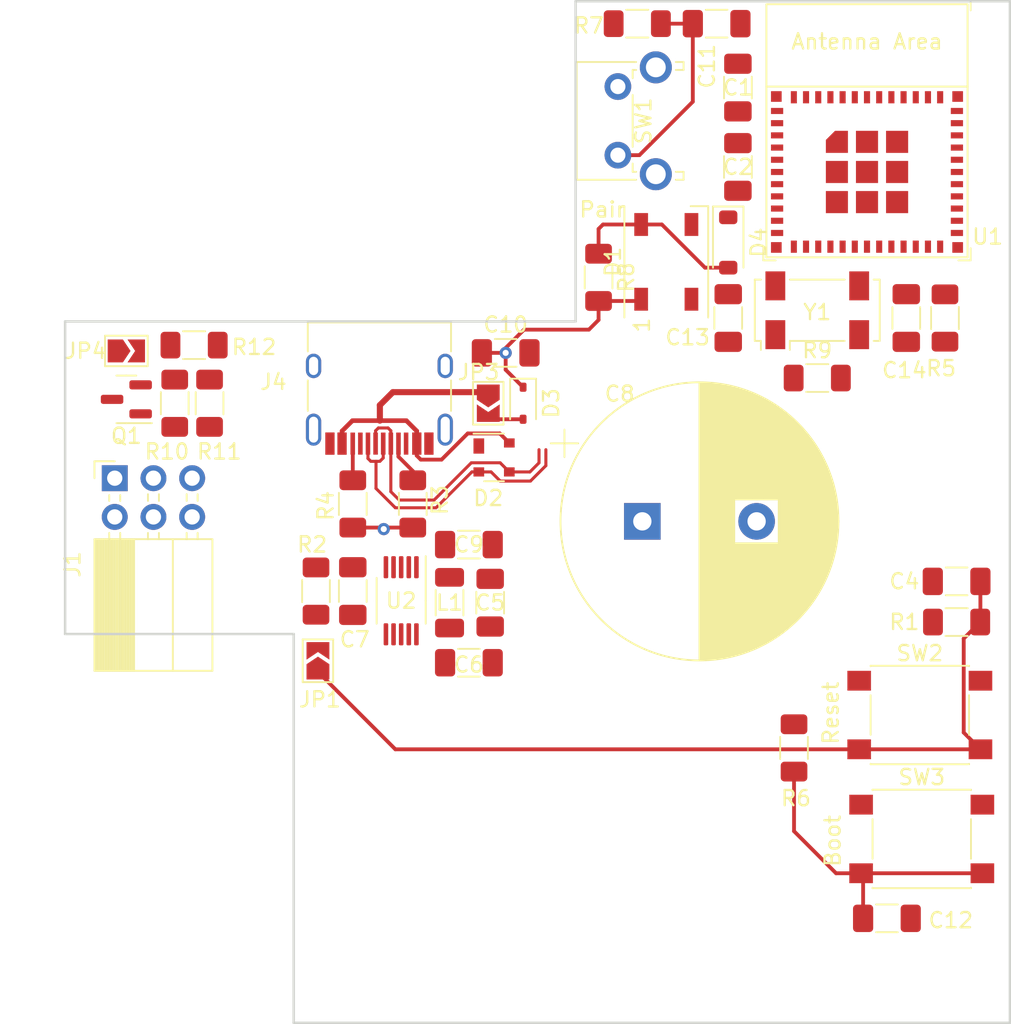
<source format=kicad_pcb>
(kicad_pcb (version 20221018) (generator pcbnew)
  (layers (0 "F.Cu" signal) (1 "In1.Cu" signal) (2 "In2.Cu" signal) (31 "B.Cu" signal) (34 "B.Paste" user) (35 "F.Paste" user) (36 "B.SilkS" user "B.Silkscreen") (37 "F.SilkS" user "F.Silkscreen") (38 "B.Mask" user) (39 "F.Mask" user) (44 "Edge.Cuts" user))
  (net 0 "")
  (net 3 "Net-(J1-Pin_2)")
  (net 8 "Net-(U1-GPIO13{slash}XTAL_32K_P)")
  (net 9 "Net-(U1-GPIO14{slash}XTAL_32K_N)")
  (net 14 "VBUS")
  (net 15 "/PAIR")
  (net 16 "Net-(U1-GPIO9)")
  (net 17 "Net-(J4-CC1)")
  (net 24 "VDD")
  (net 25 "/DATA_IN")
  (net 26 "Net-(J1-Pin_5)")
  (net 27 "GND")
  (net 28 "Net-(C12-Pad1)")
  (net 30 "+3.3V")
  (net 31 "/EN")
  (net 32 "Net-(U2-ILIM)")
  (net 33 "Net-(JP1-B)")
  (net 34 "Net-(U2-SW)")
  (net 40 "/TXD")
  (net 41 "/RXD")
  (net 42 "Net-(U2-SS)")
  (net 43 "/D+")
  (net 44 "/D-")
  (net 46 "Net-(J4-CC2)")
  (net 49 "Net-(U1-GPIO8)")
  (net 50 "Net-(D1-DIN)")
  (net 51 "Net-(D3-A)")
  (net 52 "Net-(J1-Pin_1)")
  (net 53 "/LED")
  (footprint "Button_Switch_SMD:SW_SPST_PTS645" (layer "F.Cu") (at 165.227 98.171)
    (fp_text reference "SW3" (at 0 -4.05) (layer "F.SilkS"))
    (fp_text value "Boot" (at -5.842 0.127 90) (layer "F.SilkS"))
    (pad "1" smd rect (at -3.98 -2.25) (size 1.55 1.3) (layers "F.Cu" "F.Paste" "F.Mask") (net 27 "GND"))
    (pad "1" smd rect (at 3.98 -2.25) (size 1.55 1.3) (layers "F.Cu" "F.Paste" "F.Mask") (net 27 "GND"))
    (pad "2" smd rect (at -3.98 2.25) (size 1.55 1.3) (layers "F.Cu" "F.Paste" "F.Mask") (net 28 "Net-(C12-Pad1)"))
    (pad "2" smd rect (at 3.98 2.25) (size 1.55 1.3) (layers "F.Cu" "F.Paste" "F.Mask") (net 28 "Net-(C12-Pad1)"))
  )
  (footprint "Button_Switch_THT:SW_Tactile_SPST_Angled_PTS645Vx31-2LFS" (layer "F.Cu") (at 145.2855 53.329 90)
    (fp_text reference "SW1" (at 2.25 1.68 90) (layer "F.SilkS"))
    (fp_text value "Pair" (at -3.567 -1.0135 180) (layer "F.SilkS"))
    (pad "" thru_hole circle locked (at -1.25 2.49 90) (size 2.1 2.1) (drill 1.3) (layers "*.Cu" "*.Mask"))
    (pad "" thru_hole circle locked (at 5.76 2.49 90) (size 2.1 2.1) (drill 1.3) (layers "*.Cu" "*.Mask"))
    (pad "1" thru_hole circle locked (at 0 0 90) (size 1.75 1.75) (drill 0.99) (layers "*.Cu" "*.Mask") (net 15 "/PAIR"))
    (pad "2" thru_hole circle locked (at 4.5 0 90) (size 1.75 1.75) (drill 0.99) (layers "*.Cu" "*.Mask") (net 30 "+3.3V"))
  )
  (footprint "Capacitor_SMD:C_1206_3216Metric_Pad1.33x1.80mm_HandSolder" (layer "F.Cu") (at 135.509 86.614)
    (fp_text reference "C6" (at 0 0.127) (layer "F.SilkS"))
    (fp_text value "1uF")
    (pad "1" smd roundrect (at -1.5625 0) (size 1.325 1.8) (layers "F.Cu" "F.Paste" "F.Mask") (roundrect_rratio 0.188679) (net 30 "+3.3V"))
    (pad "2" smd roundrect (at 1.5625 0) (size 1.325 1.8) (layers "F.Cu" "F.Paste" "F.Mask") (roundrect_rratio 0.188679) (net 27 "GND"))
  )
  (footprint "Resistor_SMD:R_1206_3216Metric_Pad1.30x1.75mm_HandSolder" (layer "F.Cu") (at 146.558 44.704)
    (fp_text reference "R7" (at -3.175 0.127 180) (layer "F.SilkS"))
    (fp_text value "10k")
    (pad "1" smd roundrect (at -1.55 0) (size 1.3 1.75) (layers "F.Cu" "F.Paste" "F.Mask") (roundrect_rratio 0.192308) (net 27 "GND"))
    (pad "2" smd roundrect (at 1.55 0) (size 1.3 1.75) (layers "F.Cu" "F.Paste" "F.Mask") (roundrect_rratio 0.192308) (net 15 "/PAIR"))
  )
  (footprint "Diode_SMD:D_SOD-123" (layer "F.Cu") (at 152.527 59.055 -90)
    (fp_text reference "D4" (at 0 -2 90) (layer "F.SilkS"))
    (fp_text value "1N4148W")
    (pad "1" smd roundrect (at -1.65 0 270) (size 0.9 1.2) (layers "F.Cu" "F.Paste" "F.Mask") (net 53 "/LED"))
    (pad "2" smd roundrect (at 1.65 0 270) (size 0.9 1.2) (layers "F.Cu" "F.Paste" "F.Mask") (net 50 "Net-(D1-DIN)"))
  )
  (footprint "Jumper:SolderJumper-2_P1.3mm_Open_TrianglePad1.0x1.5mm" (layer "F.Cu") (at 136.779 69.596 -90)
    (fp_text reference "JP3" (at -2.032 0.635 -180) (layer "F.SilkS"))
    (fp_text value "SolderJumper_2_Bridged")
    (pad "1" smd custom (at -0.725 0 270) (size 0.3 0.3) (layers "F.Cu" "F.Mask") (net 14 "VBUS") (options (clearance outline) (anchor rect)) (primitives (gr_poly (pts (xy 1 0) (xy 0.5 0.75) (xy -0.5 0.75) (xy -0.5 -0.75) (xy 0.5 -0.75)) (width 0) (fill yes))))
    (pad "2" smd custom (at 0.725 0 270) (size 0.3 0.3) (layers "F.Cu" "F.Mask") (net 51 "Net-(D3-A)") (options (clearance outline) (anchor rect)) (primitives (gr_poly (pts (xy 0.5 0.75) (xy -0.65 0.75) (xy -0.15 0) (xy -0.65 -0.75) (xy 0.5 -0.75)) (width 0) (fill yes))))
  )
  (footprint "Capacitor_SMD:C_1206_3216Metric_Pad1.33x1.80mm_HandSolder" (layer "F.Cu") (at 135.509 78.867)
    (fp_text reference "C9" (at 0 0) (layer "F.SilkS"))
    (fp_text value "1uF")
    (pad "1" smd roundrect (at -1.5625 0) (size 1.325 1.8) (layers "F.Cu" "F.Paste" "F.Mask") (roundrect_rratio 0.188679) (net 42 "Net-(U2-SS)"))
    (pad "2" smd roundrect (at 1.5625 0) (size 1.325 1.8) (layers "F.Cu" "F.Paste" "F.Mask") (roundrect_rratio 0.188679) (net 27 "GND"))
  )
  (footprint "Package_TO_SOT_SMD:SOT-23" (layer "F.Cu") (at 113.03 69.342 180)
    (fp_text reference "Q1" (at 0 -2.4) (layer "F.SilkS"))
    (fp_text value "Si2323DS")
    (pad "1" smd roundrect (at -0.9375 -0.95 180) (size 1.475 0.6) (layers "F.Cu" "F.Paste" "F.Mask") (net 27 "GND"))
    (pad "2" smd roundrect (at -0.9375 0.95 180) (size 1.475 0.6) (layers "F.Cu" "F.Paste" "F.Mask") (net 24 "VDD"))
    (pad "3" smd roundrect (at 0.9375 0 180) (size 1.475 0.6) (layers "F.Cu" "F.Paste" "F.Mask") (net 52 "Net-(J1-Pin_1)"))
  )
  (footprint "Capacitor_SMD:C_1206_3216Metric_Pad1.33x1.80mm_HandSolder" (layer "F.Cu") (at 153.162 54.102 -90)
    (fp_text reference "C2" (at 0 0 -180) (layer "F.SilkS"))
    (fp_text value "10uF")
    (pad "1" smd roundrect (at -1.5625 0 270) (size 1.325 1.8) (layers "F.Cu" "F.Paste" "F.Mask") (roundrect_rratio 0.188679) (net 30 "+3.3V"))
    (pad "2" smd roundrect (at 1.5625 0 270) (size 1.325 1.8) (layers "F.Cu" "F.Paste" "F.Mask") (roundrect_rratio 0.188679) (net 27 "GND"))
  )
  (footprint "Inductor_SMD:L_1206_3216Metric_Pad1.22x1.90mm_HandSolder" (layer "F.Cu") (at 134.239 82.677 -90)
    (fp_text reference "L1" (at 0 0 -180) (layer "F.SilkS"))
    (fp_text value "68uH")
    (pad "1" smd roundrect (at -1.6625 0 270) (size 1.225 1.9) (layers "F.Cu" "F.Paste" "F.Mask") (roundrect_rratio 0.204082) (net 34 "Net-(U2-SW)"))
    (pad "2" smd roundrect (at 1.6625 0 270) (size 1.225 1.9) (layers "F.Cu" "F.Paste" "F.Mask") (roundrect_rratio 0.204082) (net 30 "+3.3V"))
  )
  (footprint "Connector_USB:USB_C_Receptacle_HRO_TYPE-C-31-M-12" (layer "F.Cu") (at 129.636 68.199 180)
    (fp_text reference "J4" (at 6.954 0) (layer "F.SilkS"))
    (fp_text value "USB_C_Receptacle_USB2.0" hide)
    (pad "" np_thru_hole circle locked (at -2.89 -2.6 180) (size 0.65 0.65) (drill 0.65) (layers "*.Cu" "*.Mask"))
    (pad "" np_thru_hole circle locked (at 2.89 -2.6 180) (size 0.65 0.65) (drill 0.65) (layers "*.Cu" "*.Mask"))
    (pad "A1" smd rect locked (at -3.25 -4.045 180) (size 0.6 1.45) (layers "F.Cu" "F.Paste" "F.Mask") (net 27 "GND"))
    (pad "A4" smd rect locked (at -2.45 -4.045 180) (size 0.6 1.45) (layers "F.Cu" "F.Paste" "F.Mask") (net 14 "VBUS"))
    (pad "A5" smd rect locked (at -1.25 -4.045 180) (size 0.3 1.45) (layers "F.Cu" "F.Paste" "F.Mask") (net 17 "Net-(J4-CC1)"))
    (pad "A6" smd rect locked (at -0.25 -4.045 180) (size 0.3 1.45) (layers "F.Cu" "F.Paste" "F.Mask") (net 43 "/D+"))
    (pad "A7" smd rect locked (at 0.25 -4.045 180) (size 0.3 1.45) (layers "F.Cu" "F.Paste" "F.Mask") (net 44 "/D-"))
    (pad "A8" smd rect locked (at 1.25 -4.045 180) (size 0.3 1.45) (layers "F.Cu" "F.Paste" "F.Mask"))
    (pad "A9" smd rect locked (at 2.45 -4.045 180) (size 0.6 1.45) (layers "F.Cu" "F.Paste" "F.Mask") (net 14 "VBUS"))
    (pad "A12" smd rect locked (at 3.25 -4.045 180) (size 0.6 1.45) (layers "F.Cu" "F.Paste" "F.Mask") (net 27 "GND"))
    (pad "B1" smd rect locked (at 3.25 -4.045 180) (size 0.6 1.45) (layers "F.Cu" "F.Paste" "F.Mask") (net 27 "GND"))
    (pad "B4" smd rect locked (at 2.45 -4.045 180) (size 0.6 1.45) (layers "F.Cu" "F.Paste" "F.Mask") (net 14 "VBUS"))
    (pad "B5" smd rect locked (at 1.75 -4.045 180) (size 0.3 1.45) (layers "F.Cu" "F.Paste" "F.Mask") (net 46 "Net-(J4-CC2)"))
    (pad "B6" smd rect locked (at 0.75 -4.045 180) (size 0.3 1.45) (layers "F.Cu" "F.Paste" "F.Mask") (net 43 "/D+"))
    (pad "B7" smd rect locked (at -0.75 -4.045 180) (size 0.3 1.45) (layers "F.Cu" "F.Paste" "F.Mask") (net 44 "/D-"))
    (pad "B8" smd rect locked (at -1.75 -4.045 180) (size 0.3 1.45) (layers "F.Cu" "F.Paste" "F.Mask"))
    (pad "B9" smd rect locked (at -2.45 -4.045 180) (size 0.6 1.45) (layers "F.Cu" "F.Paste" "F.Mask") (net 14 "VBUS"))
    (pad "B12" smd rect locked (at -3.25 -4.045 180) (size 0.6 1.45) (layers "F.Cu" "F.Paste" "F.Mask") (net 27 "GND"))
    (pad "S1" thru_hole oval locked (at -4.32 -3.13 180) (size 1 2.1) (drill oval 0.6 1.7) (layers "*.Cu" "*.Mask"))
    (pad "S1" thru_hole oval locked (at -4.32 1.05 180) (size 1 1.6) (drill oval 0.6 1.2) (layers "*.Cu" "*.Mask"))
    (pad "S1" thru_hole oval locked (at 4.32 -3.13 180) (size 1 2.1) (drill oval 0.6 1.7) (layers "*.Cu" "*.Mask"))
    (pad "S1" thru_hole oval locked (at 4.32 1.05 180) (size 1 1.6) (drill oval 0.6 1.2) (layers "*.Cu" "*.Mask"))
  )
  (footprint "Capacitor_SMD:C_1206_3216Metric_Pad1.33x1.80mm_HandSolder" (layer "F.Cu") (at 151.765 44.704)
    (fp_text reference "C11" (at -0.635 2.794 -90) (layer "F.SilkS"))
    (fp_text value "1uF")
    (pad "1" smd roundrect (at -1.5625 0) (size 1.325 1.8) (layers "F.Cu" "F.Paste" "F.Mask") (roundrect_rratio 0.188679) (net 15 "/PAIR"))
    (pad "2" smd roundrect (at 1.5625 0) (size 1.325 1.8) (layers "F.Cu" "F.Paste" "F.Mask") (roundrect_rratio 0.188679) (net 27 "GND"))
  )
  (footprint "Capacitor_SMD:C_1206_3216Metric_Pad1.33x1.80mm_HandSolder" (layer "F.Cu") (at 152.527 64.008 90)
    (fp_text reference "C13" (at -1.27 -2.667 180) (layer "F.SilkS"))
    (fp_text value "12pF")
    (pad "1" smd roundrect (at -1.5625 0 90) (size 1.325 1.8) (layers "F.Cu" "F.Paste" "F.Mask") (roundrect_rratio 0.188679) (net 8 "Net-(U1-GPIO13{slash}XTAL_32K_P)"))
    (pad "2" smd roundrect (at 1.5625 0 90) (size 1.325 1.8) (layers "F.Cu" "F.Paste" "F.Mask") (roundrect_rratio 0.188679) (net 27 "GND"))
  )
  (footprint "Resistor_SMD:R_1206_3216Metric_Pad1.30x1.75mm_HandSolder" (layer "F.Cu") (at 116.205 69.596 90)
    (fp_text reference "R10" (at -3.175 -0.508 180) (layer "F.SilkS"))
    (fp_text value "0")
    (pad "1" smd roundrect (at -1.55 0 90) (size 1.3 1.75) (layers "F.Cu" "F.Paste" "F.Mask") (roundrect_rratio 0.192308) (net 3 "Net-(J1-Pin_2)"))
    (pad "2" smd roundrect (at 1.55 0 90) (size 1.3 1.75) (layers "F.Cu" "F.Paste" "F.Mask") (roundrect_rratio 0.192308) (net 40 "/TXD"))
  )
  (footprint "Resistor_SMD:R_1206_3216Metric_Pad1.30x1.75mm_HandSolder" (layer "F.Cu") (at 158.369 67.945)
    (fp_text reference "R9" (at 0 -1.82) (layer "F.SilkS"))
    (fp_text value "5.1M")
    (pad "1" smd roundrect (at -1.55 0) (size 1.3 1.75) (layers "F.Cu" "F.Paste" "F.Mask") (roundrect_rratio 0.192308) (net 8 "Net-(U1-GPIO13{slash}XTAL_32K_P)"))
    (pad "2" smd roundrect (at 1.55 0) (size 1.3 1.75) (layers "F.Cu" "F.Paste" "F.Mask") (roundrect_rratio 0.192308) (net 9 "Net-(U1-GPIO14{slash}XTAL_32K_N)"))
  )
  (footprint "Capacitor_SMD:C_1206_3216Metric_Pad1.33x1.80mm_HandSolder" (layer "F.Cu") (at 162.941 103.378)
    (fp_text reference "C12" (at 4.191 0.127) (layer "F.SilkS"))
    (fp_text value "0.1uF")
    (pad "1" smd roundrect (at -1.5625 0) (size 1.325 1.8) (layers "F.Cu" "F.Paste" "F.Mask") (roundrect_rratio 0.188679) (net 28 "Net-(C12-Pad1)"))
    (pad "2" smd roundrect (at 1.5625 0) (size 1.325 1.8) (layers "F.Cu" "F.Paste" "F.Mask") (roundrect_rratio 0.188679) (net 27 "GND"))
  )
  (footprint "Capacitor_SMD:C_1206_3216Metric_Pad1.33x1.80mm_HandSolder" (layer "F.Cu") (at 153.162 48.895 90)
    (fp_text reference "C1" (at 0 0 180) (layer "F.SilkS"))
    (fp_text value "0.1uF")
    (pad "1" smd roundrect (at -1.5625 0 90) (size 1.325 1.8) (layers "F.Cu" "F.Paste" "F.Mask") (roundrect_rratio 0.188679) (net 30 "+3.3V"))
    (pad "2" smd roundrect (at 1.5625 0 90) (size 1.325 1.8) (layers "F.Cu" "F.Paste" "F.Mask") (roundrect_rratio 0.188679) (net 27 "GND"))
  )
  (footprint "Capacitor_SMD:C_1206_3216Metric_Pad1.33x1.80mm_HandSolder" (layer "F.Cu") (at 164.211 64.008 90)
    (fp_text reference "C14" (at -3.429 -0.127 180) (layer "F.SilkS"))
    (fp_text value "12pF")
    (pad "1" smd roundrect (at -1.5625 0 90) (size 1.325 1.8) (layers "F.Cu" "F.Paste" "F.Mask") (roundrect_rratio 0.188679) (net 9 "Net-(U1-GPIO14{slash}XTAL_32K_N)"))
    (pad "2" smd roundrect (at 1.5625 0 90) (size 1.325 1.8) (layers "F.Cu" "F.Paste" "F.Mask") (roundrect_rratio 0.188679) (net 27 "GND"))
  )
  (footprint "Resistor_SMD:R_1206_3216Metric_Pad1.30x1.75mm_HandSolder" (layer "F.Cu") (at 156.845 92.202 -90)
    (fp_text reference "R6" (at 3.302 -0.127 -180) (layer "F.SilkS"))
    (fp_text value "10k")
    (pad "1" smd roundrect (at -1.55 0 270) (size 1.3 1.75) (layers "F.Cu" "F.Paste" "F.Mask") (roundrect_rratio 0.192308) (net 16 "Net-(U1-GPIO9)"))
    (pad "2" smd roundrect (at 1.55 0 270) (size 1.3 1.75) (layers "F.Cu" "F.Paste" "F.Mask") (roundrect_rratio 0.192308) (net 28 "Net-(C12-Pad1)"))
  )
  (footprint "PCM_Espressif:ESP32-H2-MINI-1" (layer "F.Cu") (at 161.633 51.73)
    (fp_text reference "U1" (at 7.912 6.944) (layer "F.SilkS"))
    (fp_text value "ESP32-H2-MINI-1")
    (fp_text user "Antenna Area" (at 0 -5.85) (layer "F.SilkS"))
    (pad "1" smd rect (at -5.9 -1.3 90) (size 0.4 0.8) (layers "F.Cu" "F.Paste" "F.Mask") (net 27 "GND"))
    (pad "2" smd rect (at -5.9 -0.5 90) (size 0.4 0.8) (layers "F.Cu" "F.Paste" "F.Mask") (net 27 "GND"))
    (pad "3" smd rect (at -5.9 0.3 90) (size 0.4 0.8) (layers "F.Cu" "F.Paste" "F.Mask") (net 30 "+3.3V"))
    (pad "4" smd rect (at -5.9 1.1 90) (size 0.4 0.8) (layers "F.Cu" "F.Paste" "F.Mask"))
    (pad "5" smd rect (at -5.9 1.9 90) (size 0.4 0.8) (layers "F.Cu" "F.Paste" "F.Mask"))
    (pad "6" smd rect (at -5.9 2.7 90) (size 0.4 0.8) (layers "F.Cu" "F.Paste" "F.Mask"))
    (pad "7" smd rect (at -5.9 3.5 90) (size 0.4 0.8) (layers "F.Cu" "F.Paste" "F.Mask"))
    (pad "8" smd rect (at -5.9 4.3 90) (size 0.4 0.8) (layers "F.Cu" "F.Paste" "F.Mask") (net 31 "/EN"))
    (pad "9" smd rect (at -5.9 5.1 90) (size 0.4 0.8) (layers "F.Cu" "F.Paste" "F.Mask"))
    (pad "10" smd rect (at -5.9 5.9 90) (size 0.4 0.8) (layers "F.Cu" "F.Paste" "F.Mask"))
    (pad "11" smd rect (at -5.9 6.7 90) (size 0.4 0.8) (layers "F.Cu" "F.Paste" "F.Mask") (net 27 "GND"))
    (pad "12" smd rect (at -4.8 7.6) (size 0.4 0.8) (layers "F.Cu" "F.Paste" "F.Mask") (net 8 "Net-(U1-GPIO13{slash}XTAL_32K_P)"))
    (pad "13" smd rect (at -4 7.6) (size 0.4 0.8) (layers "F.Cu" "F.Paste" "F.Mask") (net 9 "Net-(U1-GPIO14{slash}XTAL_32K_N)"))
    (pad "14" smd rect (at -3.2 7.6) (size 0.4 0.8) (layers "F.Cu" "F.Paste" "F.Mask") (net 27 "GND"))
    (pad "15" smd rect (at -2.4 7.6) (size 0.4 0.8) (layers "F.Cu" "F.Paste" "F.Mask"))
    (pad "16" smd rect (at -1.6 7.6) (size 0.4 0.8) (layers "F.Cu" "F.Paste" "F.Mask") (net 25 "/DATA_IN"))
    (pad "17" smd rect (at -0.8 7.6) (size 0.4 0.8) (layers "F.Cu" "F.Paste" "F.Mask"))
    (pad "18" smd rect (at 0 7.6) (size 0.4 0.8) (layers "F.Cu" "F.Paste" "F.Mask"))
    (pad "19" smd rect (at 0.8 7.6) (size 0.4 0.8) (layers "F.Cu" "F.Paste" "F.Mask"))
    (pad "20" smd rect (at 1.6 7.6) (size 0.4 0.8) (layers "F.Cu" "F.Paste" "F.Mask"))
    (pad "21" smd rect (at 2.4 7.6) (size 0.4 0.8) (layers "F.Cu" "F.Paste" "F.Mask"))
    (pad "22" smd rect (at 3.2 7.6) (size 0.4 0.8) (layers "F.Cu" "F.Paste" "F.Mask") (net 49 "Net-(U1-GPIO8)"))
    (pad "23" smd rect (at 4 7.6) (size 0.4 0.8) (layers "F.Cu" "F.Paste" "F.Mask") (net 16 "Net-(U1-GPIO9)"))
    (pad "24" smd rect (at 4.8 7.6) (size 0.4 0.8) (layers "F.Cu" "F.Paste" "F.Mask") (net 15 "/PAIR"))
    (pad "25" smd rect (at 5.9 6.7 90) (size 0.4 0.8) (layers "F.Cu" "F.Paste" "F.Mask") (net 53 "/LED"))
    (pad "26" smd rect (at 5.9 5.9 90) (size 0.4 0.8) (layers "F.Cu" "F.Paste" "F.Mask") (net 44 "/D-"))
    (pad "27" smd rect (at 5.9 5.1 90) (size 0.4 0.8) (layers "F.Cu" "F.Paste" "F.Mask") (net 43 "/D+"))
    (pad "28" smd rect (at 5.9 4.3 90) (size 0.4 0.8) (layers "F.Cu" "F.Paste" "F.Mask"))
    (pad "29" smd rect (at 5.9 3.5 90) (size 0.4 0.8) (layers "F.Cu" "F.Paste" "F.Mask"))
    (pad "30" smd rect (at 5.9 2.7 90) (size 0.4 0.8) (layers "F.Cu" "F.Paste" "F.Mask") (net 40 "/TXD"))
    (pad "31" smd rect (at 5.9 1.9 90) (size 0.4 0.8) (layers "F.Cu" "F.Paste" "F.Mask") (net 41 "/RXD"))
    (pad "32" smd rect (at 5.9 1.1 90) (size 0.4 0.8) (layers "F.Cu" "F.Paste" "F.Mask"))
    (pad "33" smd rect (at 5.9 0.3 90) (size 0.4 0.8) (layers "F.Cu" "F.Paste" "F.Mask"))
    (pad "34" smd rect (at 5.9 -0.5 90) (size 0.4 0.8) (layers "F.Cu" "F.Paste" "F.Mask"))
    (pad "35" smd rect (at 5.9 -1.3 90) (size 0.4 0.8) (layers "F.Cu" "F.Paste" "F.Mask"))
    (pad "36" smd rect (at 4.8 -2.2) (size 0.4 0.8) (layers "F.Cu" "F.Paste" "F.Mask") (net 27 "GND"))
    (pad "37" smd rect (at 4 -2.2) (size 0.4 0.8) (layers "F.Cu" "F.Paste" "F.Mask") (net 27 "GND"))
    (pad "38" smd rect (at 3.2 -2.2) (size 0.4 0.8) (layers "F.Cu" "F.Paste" "F.Mask") (net 27 "GND"))
    (pad "39" smd rect (at 2.4 -2.2) (size 0.4 0.8) (layers "F.Cu" "F.Paste" "F.Mask") (net 27 "GND"))
    (pad "40" smd rect (at 1.6 -2.2) (size 0.4 0.8) (layers "F.Cu" "F.Paste" "F.Mask") (net 27 "GND"))
    (pad "41" smd rect (at 0.8 -2.2) (size 0.4 0.8) (layers "F.Cu" "F.Paste" "F.Mask") (net 27 "GND"))
    (pad "42" smd rect (at 0 -2.2) (size 0.4 0.8) (layers "F.Cu" "F.Paste" "F.Mask") (net 27 "GND"))
    (pad "43" smd rect (at -0.8 -2.2) (size 0.4 0.8) (layers "F.Cu" "F.Paste" "F.Mask") (net 27 "GND"))
    (pad "44" smd rect (at -1.6 -2.2) (size 0.4 0.8) (layers "F.Cu" "F.Paste" "F.Mask") (net 27 "GND"))
    (pad "45" smd rect (at -2.4 -2.2) (size 0.4 0.8) (layers "F.Cu" "F.Paste" "F.Mask") (net 27 "GND"))
    (pad "46" smd rect (at -3.2 -2.2) (size 0.4 0.8) (layers "F.Cu" "F.Paste" "F.Mask") (net 27 "GND"))
    (pad "47" smd rect (at -4 -2.2) (size 0.4 0.8) (layers "F.Cu" "F.Paste" "F.Mask") (net 27 "GND"))
    (pad "48" smd rect (at -4.8 -2.2) (size 0.4 0.8) (layers "F.Cu" "F.Paste" "F.Mask") (net 27 "GND"))
    (pad "49" smd custom (at -1.975 0.725) (size 0.8 0.8) (layers "F.Cu" "F.Paste" "F.Mask") (net 27 "GND") (options (clearance outline) (anchor rect)) (primitives (gr_poly (pts (xy 0.725 0.725) (xy -0.725 0.725) (xy -0.725 -0.125) (xy -0.125 -0.725) (xy 0.725 -0.725)) (width 0) (fill yes))))
    (pad "49" smd rect (at -1.975 2.7 90) (size 1.45 1.45) (layers "F.Cu" "F.Paste" "F.Mask") (net 27 "GND"))
    (pad "49" smd rect (at -1.975 4.675 90) (size 1.45 1.45) (layers "F.Cu" "F.Paste" "F.Mask") (net 27 "GND"))
    (pad "49" smd rect (at 0 0.725 90) (size 1.45 1.45) (layers "F.Cu" "F.Paste" "F.Mask") (net 27 "GND"))
    (pad "49" smd rect (at 0 2.7 90) (size 1.45 1.45) (layers "F.Cu" "F.Paste" "F.Mask") (net 27 "GND"))
    (pad "49" smd rect (at 0 4.675 90) (size 1.45 1.45) (layers "F.Cu" "F.Paste" "F.Mask") (net 27 "GND"))
    (pad "49" smd rect (at 1.975 0.725 90) (size 1.45 1.45) (layers "F.Cu" "F.Paste" "F.Mask") (net 27 "GND"))
    (pad "49" smd rect (at 1.975 2.7 90) (size 1.45 1.45) (layers "F.Cu" "F.Paste" "F.Mask") (net 27 "GND"))
    (pad "49" smd rect (at 1.975 4.675 90) (size 1.45 1.45) (layers "F.Cu" "F.Paste" "F.Mask") (net 27 "GND"))
    (pad "50" smd rect (at 5.95 -2.25 90) (size 0.7 0.7) (layers "F.Cu" "F.Paste" "F.Mask") (net 27 "GND"))
    (pad "51" smd rect (at 5.95 7.65 90) (size 0.7 0.7) (layers "F.Cu" "F.Paste" "F.Mask") (net 27 "GND"))
    (pad "52" smd rect (at -5.95 7.65 90) (size 0.7 0.7) (layers "F.Cu" "F.Paste" "F.Mask") (net 27 "GND"))
    (pad "53" smd rect (at -5.95 -2.25 90) (size 0.7 0.7) (layers "F.Cu" "F.Paste" "F.Mask") (net 27 "GND"))
  )
  (footprint "Resistor_SMD:R_1206_3216Metric_Pad1.30x1.75mm_HandSolder" (layer "F.Cu") (at 118.491 69.596 90)
    (fp_text reference "R11" (at -3.175 0.635 180) (layer "F.SilkS"))
    (fp_text value "0")
    (pad "1" smd roundrect (at -1.55 0 90) (size 1.3 1.75) (layers "F.Cu" "F.Paste" "F.Mask") (roundrect_rratio 0.192308) (net 26 "Net-(J1-Pin_5)"))
    (pad "2" smd roundrect (at 1.55 0 90) (size 1.3 1.75) (layers "F.Cu" "F.Paste" "F.Mask") (roundrect_rratio 0.192308) (net 41 "/RXD"))
  )
  (footprint "Resistor_SMD:R_1206_3216Metric_Pad1.30x1.75mm_HandSolder" (layer "F.Cu") (at 167.513 83.947)
    (fp_text reference "R1" (at -3.429 0) (layer "F.SilkS"))
    (fp_text value "10k")
    (pad "1" smd roundrect (at -1.55 0) (size 1.3 1.75) (layers "F.Cu" "F.Paste" "F.Mask") (roundrect_rratio 0.192308) (net 30 "+3.3V"))
    (pad "2" smd roundrect (at 1.55 0) (size 1.3 1.75) (layers "F.Cu" "F.Paste" "F.Mask") (roundrect_rratio 0.192308) (net 31 "/EN"))
  )
  (footprint "Capacitor_SMD:C_1206_3216Metric_Pad1.33x1.80mm_HandSolder" (layer "F.Cu") (at 137.922 66.294)
    (fp_text reference "C10" (at 0 -1.85) (layer "F.SilkS"))
    (fp_text value "10uF")
    (pad "1" smd roundrect (at -1.5625 0) (size 1.325 1.8) (layers "F.Cu" "F.Paste" "F.Mask") (roundrect_rratio 0.188679) (net 24 "VDD"))
    (pad "2" smd roundrect (at 1.5625 0) (size 1.325 1.8) (layers "F.Cu" "F.Paste" "F.Mask") (roundrect_rratio 0.188679) (net 27 "GND"))
  )
  (footprint "Capacitor_SMD:C_1206_3216Metric_Pad1.33x1.80mm_HandSolder" (layer "F.Cu") (at 136.906 82.677 -90)
    (fp_text reference "C5" (at 0 0 -180) (layer "F.SilkS"))
    (fp_text value "1uF")
    (pad "1" smd roundrect (at -1.5625 0 270) (size 1.325 1.8) (layers "F.Cu" "F.Paste" "F.Mask") (roundrect_rratio 0.188679) (net 24 "VDD"))
    (pad "2" smd roundrect (at 1.5625 0 270) (size 1.325 1.8) (layers "F.Cu" "F.Paste" "F.Mask") (roundrect_rratio 0.188679) (net 27 "GND"))
  )
  (footprint "Diode_SMD:D_SOD-323" (layer "F.Cu") (at 139.065 69.596 -90)
    (fp_text reference "D3" (at 0 -1.85 90) (layer "F.SilkS"))
    (fp_text value "1N5819WS")
    (pad "1" smd roundrect (at -1.05 0 270) (size 0.6 0.45) (layers "F.Cu" "F.Paste" "F.Mask") (net 24 "VDD"))
    (pad "2" smd roundrect (at 1.05 0 270) (size 0.6 0.45) (layers "F.Cu" "F.Paste" "F.Mask") (net 51 "Net-(D3-A)"))
  )
  (footprint "Jumper:SolderJumper-2_P1.3mm_Open_TrianglePad1.0x1.5mm" (layer "F.Cu") (at 125.603 86.487 90)
    (fp_text reference "JP1" (at -2.54 0.127) (layer "F.SilkS"))
    (fp_text value "SolderJumper_2_Bridged" hide)
    (pad "1" smd custom (at -0.725 0 90) (size 0.3 0.3) (layers "F.Cu" "F.Mask") (net 31 "/EN") (options (clearance outline) (anchor rect)) (primitives (gr_poly (pts (xy 1 0) (xy 0.5 0.75) (xy -0.5 0.75) (xy -0.5 -0.75) (xy 0.5 -0.75)) (width 0) (fill yes))))
    (pad "2" smd custom (at 0.725 0 90) (size 0.3 0.3) (layers "F.Cu" "F.Mask") (net 33 "Net-(JP1-B)") (options (clearance outline) (anchor rect)) (primitives (gr_poly (pts (xy 0.5 0.75) (xy -0.65 0.75) (xy -0.15 0) (xy -0.65 -0.75) (xy 0.5 -0.75)) (width 0) (fill yes))))
  )
  (footprint "Resistor_SMD:R_1206_3216Metric_Pad1.30x1.75mm_HandSolder" (layer "F.Cu") (at 125.476 81.915 -90)
    (fp_text reference "R2" (at -3.048 0.254 -180) (layer "F.SilkS"))
    (fp_text value "110k")
    (pad "1" smd roundrect (at -1.55 0 270) (size 1.3 1.75) (layers "F.Cu" "F.Paste" "F.Mask") (roundrect_rratio 0.192308) (net 32 "Net-(U2-ILIM)"))
    (pad "2" smd roundrect (at 1.55 0 270) (size 1.3 1.75) (layers "F.Cu" "F.Paste" "F.Mask") (roundrect_rratio 0.192308) (net 27 "GND"))
  )
  (footprint "Package_SO:VSSOP-10_3x3mm_P0.5mm" (layer "F.Cu") (at 131.064 82.55 -90)
    (fp_text reference "U2" (at 0 0 -180) (layer "F.SilkS"))
    (fp_text value "LM5165Y")
    (pad "1" smd roundrect (at -2.2 -1 270) (size 1.45 0.3) (layers "F.Cu" "F.Paste" "F.Mask") (net 34 "Net-(U2-SW)"))
    (pad "2" smd roundrect (at -2.2 -0.5 270) (size 1.45 0.3) (layers "F.Cu" "F.Paste" "F.Mask") (net 24 "VDD"))
    (pad "3" smd roundrect (at -2.2 0 270) (size 1.45 0.3) (layers "F.Cu" "F.Paste" "F.Mask") (net 32 "Net-(U2-ILIM)"))
    (pad "4" smd roundrect (at -2.2 0.5 270) (size 1.45 0.3) (layers "F.Cu" "F.Paste" "F.Mask") (net 42 "Net-(U2-SS)"))
    (pad "5" smd roundrect (at -2.2 1 270) (size 1.45 0.3) (layers "F.Cu" "F.Paste" "F.Mask") (net 27 "GND"))
    (pad "6" smd roundrect (at 2.2 1 270) (size 1.45 0.3) (layers "F.Cu" "F.Paste" "F.Mask") (net 33 "Net-(JP1-B)"))
    (pad "7" smd roundrect (at 2.2 0.5 270) (size 1.45 0.3) (layers "F.Cu" "F.Paste" "F.Mask") (net 24 "VDD"))
    (pad "8" smd roundrect (at 2.2 0 270) (size 1.45 0.3) (layers "F.Cu" "F.Paste" "F.Mask") (net 30 "+3.3V"))
    (pad "9" smd roundrect (at 2.2 -0.5 270) (size 1.45 0.3) (layers "F.Cu" "F.Paste" "F.Mask"))
    (pad "10" smd roundrect (at 2.2 -1 270) (size 1.45 0.3) (layers "F.Cu" "F.Paste" "F.Mask") (net 27 "GND"))
  )
  (footprint "Package_TO_SOT_SMD:SOT-143" (layer "F.Cu") (at 137.16 73.152)
    (fp_text reference "D2" (at -0.381 2.667) (layer "F.SilkS"))
    (fp_text value "SP0503BAHT")
    (pad "1" smd rect (at -1 -0.75) (size 0.7 1) (layers "F.Cu" "F.Paste" "F.Mask") (net 27 "GND"))
    (pad "2" smd rect (at -1 0.95) (size 0.7 0.6) (layers "F.Cu" "F.Paste" "F.Mask") (net 43 "/D+"))
    (pad "3" smd rect (at 1 0.95) (size 0.7 0.6) (layers "F.Cu" "F.Paste" "F.Mask") (net 44 "/D-"))
    (pad "4" smd rect (at 1 -0.95) (size 0.7 0.6) (layers "F.Cu" "F.Paste" "F.Mask") (net 14 "VBUS"))
  )
  (footprint "Resistor_SMD:R_1206_3216Metric_Pad1.30x1.75mm_HandSolder" (layer "F.Cu") (at 144.018 61.341 -90)
    (fp_text reference "R8" (at 0 -1.82 90) (layer "F.SilkS"))
    (fp_text value "10k")
    (pad "1" smd roundrect (at -1.55 0 270) (size 1.3 1.75) (layers "F.Cu" "F.Paste" "F.Mask") (roundrect_rratio 0.192308) (net 50 "Net-(D1-DIN)"))
    (pad "2" smd roundrect (at 1.55 0 270) (size 1.3 1.75) (layers "F.Cu" "F.Paste" "F.Mask") (roundrect_rratio 0.192308) (net 24 "VDD"))
  )
  (footprint "Resistor_SMD:R_1206_3216Metric_Pad1.30x1.75mm_HandSolder" (layer "F.Cu") (at 127.889 76.2 -90)
    (fp_text reference "R4" (at 0.127 1.778 90) (layer "F.SilkS"))
    (fp_text value "5k1")
    (pad "1" smd roundrect (at -1.55 0 270) (size 1.3 1.75) (layers "F.Cu" "F.Paste" "F.Mask") (roundrect_rratio 0.192308) (net 46 "Net-(J4-CC2)"))
    (pad "2" smd roundrect (at 1.55 0 270) (size 1.3 1.75) (layers "F.Cu" "F.Paste" "F.Mask") (roundrect_rratio 0.192308) (net 27 "GND"))
  )
  (footprint "Resistor_SMD:R_1206_3216Metric_Pad1.30x1.75mm_HandSolder" (layer "F.Cu") (at 131.826 76.2 -90)
    (fp_text reference "R3" (at -0.254 -1.778 90) (layer "F.SilkS"))
    (fp_text value "5k1")
    (pad "1" smd roundrect (at -1.55 0 270) (size 1.3 1.75) (layers "F.Cu" "F.Paste" "F.Mask") (roundrect_rratio 0.192308) (net 17 "Net-(J4-CC1)"))
    (pad "2" smd roundrect (at 1.55 0 270) (size 1.3 1.75) (layers "F.Cu" "F.Paste" "F.Mask") (roundrect_rratio 0.192308) (net 27 "GND"))
  )
  (footprint "Capacitor_SMD:C_1206_3216Metric_Pad1.33x1.80mm_HandSolder" (layer "F.Cu") (at 167.513 81.28 180)
    (fp_text reference "C4" (at 3.429 0) (layer "F.SilkS"))
    (fp_text value "1uF")
    (pad "1" smd roundrect (at -1.5625 0 180) (size 1.325 1.8) (layers "F.Cu" "F.Paste" "F.Mask") (roundrect_rratio 0.188679) (net 31 "/EN"))
    (pad "2" smd roundrect (at 1.5625 0 180) (size 1.325 1.8) (layers "F.Cu" "F.Paste" "F.Mask") (roundrect_rratio 0.188679) (net 27 "GND"))
  )
  (footprint "Jumper:SolderJumper-2_P1.3mm_Open_TrianglePad1.0x1.5mm" (layer "F.Cu") (at 113.03 66.167)
    (fp_text reference "JP4" (at -2.667 0) (layer "F.SilkS"))
    (fp_text value "SolderJumper_2_Open")
    (pad "1" smd custom (at -0.725 0) (size 0.3 0.3) (layers "F.Cu" "F.Mask") (net 52 "Net-(J1-Pin_1)") (options (clearance outline) (anchor rect)) (primitives (gr_poly (pts (xy 1 0) (xy 0.5 0.75) (xy -0.5 0.75) (xy -0.5 -0.75) (xy 0.5 -0.75)) (width 0) (fill yes))))
    (pad "2" smd custom (at 0.725 0) (size 0.3 0.3) (layers "F.Cu" "F.Mask") (net 24 "VDD") (options (clearance outline) (anchor rect)) (primitives (gr_poly (pts (xy 0.5 0.75) (xy -0.65 0.75) (xy -0.15 0) (xy -0.65 -0.75) (xy 0.5 -0.75)) (width 0) (fill yes))))
  )
  (footprint "Crystal:Crystal_SMD_Abracon_ABS25-4Pin_8.0x3.8mm" (layer "F.Cu") (at 158.369 63.5 90)
    (fp_text reference "Y1" (at -0.127 0 180) (layer "F.SilkS"))
    (fp_text value "32.768KHz")
    (pad "1" smd rect (at -1.6 -2.75) (size 1.3 1.9) (layers "F.Cu" "F.Paste" "F.Mask") (net 8 "Net-(U1-GPIO13{slash}XTAL_32K_P)"))
    (pad "2" smd rect (at -1.6 2.75) (size 1.3 1.9) (layers "F.Cu" "F.Paste" "F.Mask") (net 9 "Net-(U1-GPIO14{slash}XTAL_32K_N)"))
    (pad "3" smd rect (at 1.6 2.75) (size 1.3 1.9) (layers "F.Cu" "F.Paste" "F.Mask"))
    (pad "4" smd rect (at 1.6 -2.75) (size 1.3 1.9) (layers "F.Cu" "F.Paste" "F.Mask"))
  )
  (footprint "LED_SMD:LED_WS2812B_PLCC4_5.0x5.0mm_P3.2mm" (layer "F.Cu") (at 148.463 60.325 90)
    (fp_text reference "D1" (at 0 -3.5 90) (layer "F.SilkS"))
    (fp_text value "WS2812B")
    (fp_text user "1" (at -4.15 -1.6 90) (layer "F.SilkS"))
    (pad "1" smd rect (at -2.45 -1.65 90) (size 1.5 0.9) (layers "F.Cu" "F.Paste" "F.Mask") (net 24 "VDD"))
    (pad "2" smd rect (at -2.45 1.65 90) (size 1.5 0.9) (layers "F.Cu" "F.Paste" "F.Mask"))
    (pad "3" smd rect (at 2.45 1.65 90) (size 1.5 0.9) (layers "F.Cu" "F.Paste" "F.Mask") (net 27 "GND"))
    (pad "4" smd rect (at 2.45 -1.65 90) (size 1.5 0.9) (layers "F.Cu" "F.Paste" "F.Mask") (net 50 "Net-(D1-DIN)"))
  )
  (footprint "Resistor_SMD:R_1206_3216Metric_Pad1.30x1.75mm_HandSolder" (layer "F.Cu") (at 166.751 64.008 -90)
    (fp_text reference "R5" (at 3.302 0.254) (layer "F.SilkS"))
    (fp_text value "10k")
    (pad "1" smd roundrect (at -1.55 0 270) (size 1.3 1.75) (layers "F.Cu" "F.Paste" "F.Mask") (roundrect_rratio 0.192308) (net 49 "Net-(U1-GPIO8)"))
    (pad "2" smd roundrect (at 1.55 0 270) (size 1.3 1.75) (layers "F.Cu" "F.Paste" "F.Mask") (roundrect_rratio 0.192308) (net 30 "+3.3V"))
  )
  (footprint "Capacitor_SMD:C_1206_3216Metric_Pad1.33x1.80mm_HandSolder" (layer "F.Cu") (at 127.889 81.915 -90)
    (fp_text reference "C7" (at 3.175 -0.127 -180) (layer "F.SilkS"))
    (fp_text value "1uF")
    (pad "1" smd roundrect (at -1.5625 0 270) (size 1.325 1.8) (layers "F.Cu" "F.Paste" "F.Mask") (roundrect_rratio 0.188679) (net 32 "Net-(U2-ILIM)"))
    (pad "2" smd roundrect (at 1.5625 0 270) (size 1.325 1.8) (layers "F.Cu" "F.Paste" "F.Mask") (roundrect_rratio 0.188679) (net 27 "GND"))
  )
  (footprint "Button_Switch_SMD:SW_SPST_PTS645" (layer "F.Cu") (at 165.1 90.043)
    (fp_text reference "SW2" (at 0 -4.05) (layer "F.SilkS"))
    (fp_text value "Reset" (at -5.842 -0.127 270) (layer "F.SilkS"))
    (pad "1" smd rect (at -3.98 -2.25) (size 1.55 1.3) (layers "F.Cu" "F.Paste" "F.Mask") (net 27 "GND"))
    (pad "1" smd rect (at 3.98 -2.25) (size 1.55 1.3) (layers "F.Cu" "F.Paste" "F.Mask") (net 27 "GND"))
    (pad "2" smd rect (at -3.98 2.25) (size 1.55 1.3) (layers "F.Cu" "F.Paste" "F.Mask") (net 31 "/EN"))
    (pad "2" smd rect (at 3.98 2.25) (size 1.55 1.3) (layers "F.Cu" "F.Paste" "F.Mask") (net 31 "/EN"))
  )
  (footprint "Connector_PinSocket_2.54mm:PinSocket_2x03_P2.54mm_Horizontal" (layer "F.Cu") (at 112.268 74.512 90)
    (fp_text reference "J1" (at -5.65 -2.77 90) (layer "F.SilkS"))
    (fp_text value "Conn_01x06_Socket")
    (pad "1" thru_hole rect locked (at 0 0 90) (size 1.7 1.7) (drill 1) (layers "*.Cu" "*.Mask") (net 52 "Net-(J1-Pin_1)"))
    (pad "2" thru_hole oval locked (at -2.54 0 90) (size 1.7 1.7) (drill 1) (layers "*.Cu" "*.Mask") (net 3 "Net-(J1-Pin_2)"))
    (pad "3" thru_hole oval locked (at 0 2.54 90) (size 1.7 1.7) (drill 1) (layers "*.Cu" "*.Mask"))
    (pad "4" thru_hole oval locked (at -2.54 2.54 90) (size 1.7 1.7) (drill 1) (layers "*.Cu" "*.Mask"))
    (pad "5" thru_hole oval locked (at 0 5.08 90) (size 1.7 1.7) (drill 1) (layers "*.Cu" "*.Mask") (net 26 "Net-(J1-Pin_5)"))
    (pad "6" thru_hole oval locked (at -2.54 5.08 90) (size 1.7 1.7) (drill 1) (layers "*.Cu" "*.Mask") (net 27 "GND"))
  )
  (footprint "Capacitor_THT:CP_Radial_D18.0mm_P7.50mm" (layer "F.Cu") (at 146.89022 77.343)
    (fp_text reference "C8" (at -1.48644 -8.364) (layer "F.SilkS"))
    (fp_text value "1F")
    (pad "1" thru_hole rect (at 0 0) (size 2.4 2.4) (drill 1.2) (layers "*.Cu" "*.Mask") (net 30 "+3.3V"))
    (pad "2" thru_hole circle (at 7.5 0) (size 2.4 2.4) (drill 1.2) (layers "*.Cu" "*.Mask") (net 27 "GND"))
  )
  (footprint "Resistor_SMD:R_1206_3216Metric_Pad1.30x1.75mm_HandSolder" (layer "F.Cu") (at 117.475 65.786)
    (fp_text reference "R12" (at 3.937 0.127) (layer "F.SilkS"))
    (fp_text value "0")
    (pad "1" smd roundrect (at -1.55 0) (size 1.3 1.75) (layers "F.Cu" "F.Paste" "F.Mask") (roundrect_rratio 0.192308) (net 3 "Net-(J1-Pin_2)"))
    (pad "2" smd roundrect (at 1.55 0) (size 1.3 1.75) (layers "F.Cu" "F.Paste" "F.Mask") (roundrect_rratio 0.192308) (net 25 "/DATA_IN"))
  )
  (gr_line (start 142.512375 43.232094) (end 142.512375 64.232094) (stroke (width 0.16)) (layer "Edge.Cuts"))
  (gr_line (start 171.012375 43.232094) (end 171.012375 110.232094) (stroke (width 0.16)) (layer "Edge.Cuts"))
  (gr_line (start 142.512375 43.232094) (end 171.012375 43.232094) (stroke (width 0.16)) (layer "Edge.Cuts"))
  (gr_line (start 109.012375 84.732094) (end 124.012375 84.732094) (stroke (width 0.16)) (layer "Edge.Cuts"))
  (gr_line (start 142.512375 64.232094) (end 109.012375 64.232094) (stroke (width 0.16)) (layer "Edge.Cuts"))
  (gr_line (start 171.012375 110.232094) (end 124.012375 110.232094) (stroke (width 0.16)) (layer "Edge.Cuts"))
  (gr_line (start 124.012375 110.232094) (end 124.012375 84.732094) (stroke (width 0.16)) (layer "Edge.Cuts"))
  (gr_line (start 109.012375 64.232094) (end 109.012375 84.732094) (stroke (width 0.16)) (layer "Edge.Cuts"))
  (segment (start 137.535 71.577) (end 135.433 71.577) (width 0.25) (layer "F.Cu") (net 14))
  (segment (start 132.086 71.419) (end 132.086 72.244) (width 0.3) (layer "F.Cu") (net 14))
  (segment (start 133.716 73.294) (end 132.349 73.294) (width 0.25) (layer "F.Cu") (net 14))
  (segment (start 127.186 72.244) (end 127.186 71.419) (width 0.3) (layer "F.Cu") (net 14))
  (segment (start 129.667 70.739) (end 131.406 70.739) (width 0.3) (layer "F.Cu") (net 14))
  (segment (start 130.519 68.871) (end 129.667 69.723) (width 0.4) (layer "F.Cu") (net 14))
  (segment (start 132.349 73.294) (end 132.086 73.031) (width 0.25) (layer "F.Cu") (net 14))
  (segment (start 132.086 73.031) (end 132.086 72.244) (width 0.25) (layer "F.Cu") (net 14))
  (segment (start 127.186 71.419) (end 127.866 70.739) (width 0.3) (layer "F.Cu") (net 14))
  (segment (start 138.16 72.202) (end 137.535 71.577) (width 0.25) (layer "F.Cu") (net 14))
  (segment (start 136.779 68.871) (end 130.519 68.871) (width 0.4) (layer "F.Cu") (net 14))
  (segment (start 129.667 69.723) (end 129.667 70.739) (width 0.4) (layer "F.Cu") (net 14))
  (segment (start 127.866 70.739) (end 129.667 70.739) (width 0.3) (layer "F.Cu") (net 14))
  (segment (start 135.433 71.577) (end 133.716 73.294) (width 0.25) (layer "F.Cu") (net 14))
  (segment (start 131.406 70.739) (end 132.086 71.419) (width 0.3) (layer "F.Cu") (net 14))
  (segment (start 150.2025 49.8225) (end 150.2025 44.704) (width 0.25) (layer "F.Cu") (net 15))
  (segment (start 148.108 44.704) (end 150.2025 44.704) (width 0.25) (layer "F.Cu") (net 15))
  (segment (start 146.696 53.329) (end 150.2025 49.8225) (width 0.25) (layer "F.Cu") (net 15))
  (segment (start 145.2855 53.329) (end 146.696 53.329) (width 0.25) (layer "F.Cu") (net 15))
  (segment (start 130.886 73.101) (end 130.886 72.244) (width 0.25) (layer "F.Cu") (net 17))
  (segment (start 131.826 74.65) (end 131.826 74.041) (width 0.25) (layer "F.Cu") (net 17))
  (segment (start 131.826 74.041) (end 130.886 73.101) (width 0.25) (layer "F.Cu") (net 17))
  (segment (start 137.922 67.403) (end 137.922 66.294) (width 0.25) (layer "F.Cu") (net 24))
  (segment (start 143.383 64.77) (end 139.1259 64.77) (width 0.25) (layer "F.Cu") (net 24))
  (segment (start 144.018 64.135) (end 143.383 64.77) (width 0.25) (layer "F.Cu") (net 24))
  (segment (start 139.1259 64.77) (end 137.922 65.9739) (width 0.25) (layer "F.Cu") (net 24))
  (segment (start 144.018 62.891) (end 144.018 64.135) (width 0.25) (layer "F.Cu") (net 24))
  (segment (start 144.018 62.891) (end 146.697 62.891) (width 0.25) (layer "F.Cu") (net 24))
  (segment (start 137.922 65.9739) (end 137.922 66.294) (width 0.25) (layer "F.Cu") (net 24))
  (segment (start 139.065 68.546) (end 137.922 67.403) (width 0.25) (layer "F.Cu") (net 24))
  (segment (start 136.3595 66.294) (end 137.922 66.294) (width 0.25) (layer "F.Cu") (net 24))
  (segment (start 146.697 62.891) (end 146.813 62.775) (width 0.25) (layer "F.Cu") (net 24))
  (via (at 137.922 66.294) (size 0.8) (drill 0.4) (layers "F.Cu" "B.Cu") (net 24))
  (segment (start 127.889 77.75) (end 129.82 77.75) (width 0.25) (layer "F.Cu") (net 27))
  (segment (start 131.826 77.75) (end 130.022 77.75) (width 0.25) (layer "F.Cu") (net 27))
  (segment (start 130.022 77.75) (end 129.921 77.851) (width 0.25) (layer "F.Cu") (net 27))
  (segment (start 129.82 77.75) (end 129.921 77.851) (width 0.25) (layer "F.Cu") (net 27))
  (via (at 129.921 77.851) (size 0.8) (drill 0.4) (layers "F.Cu" "B.Cu") (net 27))
  (segment (start 159.603 100.421) (end 156.845 97.663) (width 0.25) (layer "F.Cu") (net 28))
  (segment (start 156.845 97.663) (end 156.845 93.752) (width 0.25) (layer "F.Cu") (net 28))
  (segment (start 161.3785 100.5525) (end 161.247 100.421) (width 0.25) (layer "F.Cu") (net 28))
  (segment (start 169.207 100.421) (end 161.247 100.421) (width 0.25) (layer "F.Cu") (net 28))
  (segment (start 161.3785 103.378) (end 161.3785 100.5525) (width 0.25) (layer "F.Cu") (net 28))
  (segment (start 161.247 100.421) (end 159.603 100.421) (width 0.25) (layer "F.Cu") (net 28))
  (segment (start 130.684 92.293) (end 125.603 87.212) (width 0.25) (layer "F.Cu") (net 31))
  (segment (start 167.98 85.03) (end 169.063 83.947) (width 0.25) (layer "F.Cu") (net 31))
  (segment (start 169.0755 83.9345) (end 169.063 83.947) (width 0.25) (layer "F.Cu") (net 31))
  (segment (start 161.12 92.293) (end 130.684 92.293) (width 0.25) (layer "F.Cu") (net 31))
  (segment (start 169.08 92.293) (end 167.98 91.193) (width 0.25) (layer "F.Cu") (net 31))
  (segment (start 169.0755 81.28) (end 169.0755 83.9345) (width 0.25) (layer "F.Cu") (net 31))
  (segment (start 161.12 92.293) (end 169.08 92.293) (width 0.25) (layer "F.Cu") (net 31))
  (segment (start 167.98 91.193) (end 167.98 85.03) (width 0.25) (layer "F.Cu") (net 31))
  (segment (start 129.073 73.406) (end 129.413 73.406) (width 0.2) (layer "F.Cu") (net 43))
  (segment (start 129.413 73.406) (end 129.413 75.184) (width 0.2) (layer "F.Cu") (net 43))
  (segment (start 136.16 74.102) (end 136.967 74.102) (width 0.2) (layer "F.Cu") (net 43))
  (segment (start 129.413 75.184) (end 130.683 76.454) (width 0.2) (layer "F.Cu") (net 43))
  (segment (start 129.886 73.187) (end 129.886 72.244) (width 0.2) (layer "F.Cu") (net 43))
  (segment (start 136.967 74.102) (end 137.567 74.702) (width 0.2) (layer "F.Cu") (net 43))
  (segment (start 139.547 74.702) (end 140.56 73.689) (width 0.2) (layer "F.Cu") (net 43))
  (segment (start 130.683 76.454) (end 133.35 76.454) (width 0.2) (layer "F.Cu") (net 43))
  (segment (start 129.413 73.406) (end 129.667 73.406) (width 0.2) (layer "F.Cu") (net 43))
  (segment (start 140.56 73.689) (end 140.56 72.644) (width 0.2) (layer "F.Cu") (net 43))
  (segment (start 128.886 72.244) (end 128.886 73.219) (width 0.2) (layer "F.Cu") (net 43))
  (segment (start 128.886 73.219) (end 129.073 73.406) (width 0.2) (layer "F.Cu") (net 43))
  (segment (start 135.702 74.102) (end 136.16 74.102) (width 0.2) (layer "F.Cu") (net 43))
  (segment (start 133.35 76.454) (end 135.702 74.102) (width 0.2) (layer "F.Cu") (net 43))
  (segment (start 137.567 74.702) (end 139.547 74.702) (width 0.2) (layer "F.Cu") (net 43))
  (segment (start 129.667 73.406) (end 129.886 73.187) (width 0.2) (layer "F.Cu") (net 43))
  (segment (start 130.937 75.946) (end 133.223 75.946) (width 0.2) (layer "F.Cu") (net 44))
  (segment (start 129.386 71.401) (end 129.386 72.244) (width 0.2) (layer "F.Cu") (net 44))
  (segment (start 137.56 73.502) (end 138.16 74.102) (width 0.2) (layer "F.Cu") (net 44))
  (segment (start 129.568 71.219) (end 129.386 71.401) (width 0.2) (layer "F.Cu") (net 44))
  (segment (start 130.386 75.395) (end 130.937 75.946) (width 0.2) (layer "F.Cu") (net 44))
  (segment (start 135.667 73.502) (end 137.56 73.502) (width 0.2) (layer "F.Cu") (net 44))
  (segment (start 130.386 71.4) (end 130.205 71.219) (width 0.2) (layer "F.Cu") (net 44))
  (segment (start 130.386 72.244) (end 130.386 71.4) (width 0.2) (layer "F.Cu") (net 44))
  (segment (start 138.16 74.102) (end 139.512 74.102) (width 0.2) (layer "F.Cu") (net 44))
  (segment (start 130.386 72.244) (end 130.386 75.395) (width 0.2) (layer "F.Cu") (net 44))
  (segment (start 133.223 75.946) (end 135.667 73.502) (width 0.2) (layer "F.Cu") (net 44))
  (segment (start 130.205 71.219) (end 129.568 71.219) (width 0.2) (layer "F.Cu") (net 44))
  (segment (start 140.11 73.504) (end 140.11 72.644) (width 0.2) (layer "F.Cu") (net 44))
  (segment (start 139.512 74.102) (end 140.11 73.504) (width 0.2) (layer "F.Cu") (net 44))
  (segment (start 127.889 74.65) (end 127.889 72.247) (width 0.25) (layer "F.Cu") (net 46))
  (segment (start 127.889 72.247) (end 127.886 72.244) (width 0.25) (layer "F.Cu") (net 46))
  (segment (start 152.527 60.705) (end 151.002 60.705) (width 0.25) (layer "F.Cu") (net 50))
  (segment (start 148.172 57.875) (end 146.813 57.875) (width 0.25) (layer "F.Cu") (net 50))
  (segment (start 144.018 58.166) (end 144.309 57.875) (width 0.25) (layer "F.Cu") (net 50))
  (segment (start 151.002 60.705) (end 148.172 57.875) (width 0.25) (layer "F.Cu") (net 50))
  (segment (start 144.018 59.791) (end 144.018 58.166) (width 0.25) (layer "F.Cu") (net 50))
  (segment (start 144.309 57.875) (end 146.813 57.875) (width 0.25) (layer "F.Cu") (net 50))
  (segment (start 137.104 70.646) (end 136.779 70.321) (width 0.25) (layer "F.Cu") (net 51))
  (segment (start 139.065 70.646) (end 137.104 70.646) (width 0.25) (layer "F.Cu") (net 51))
)
</source>
